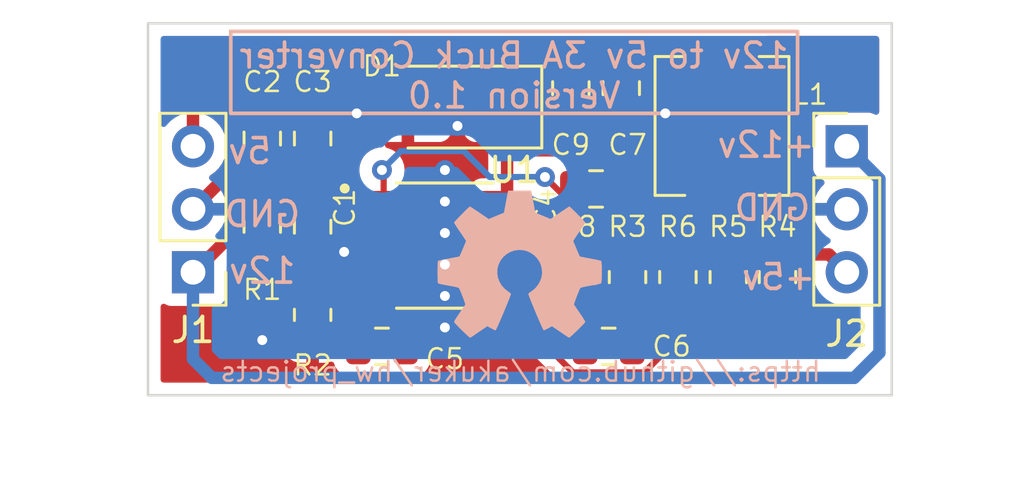
<source format=kicad_pcb>
(kicad_pcb (version 20211014) (generator pcbnew)
  (layers (0 "F.Cu" signal) (31 "B.Cu" signal) (34 "B.Paste" user) (35 "F.Paste" user) (36 "B.SilkS" user "B.Silkscreen") (37 "F.SilkS" user "F.Silkscreen") (38 "B.Mask" user) (39 "F.Mask" user) (44 "Edge.Cuts" user))
  (net 0 "")
  (net 1 "+5V")
  (net 2 "+12V")
  (net 3 "GND")
  (net 4 "Net-(C4-Pad1)")
  (net 5 "Net-(C4-Pad2)")
  (net 6 "Net-(C5-Pad1)")
  (net 7 "Net-(C6-Pad1)")
  (net 8 "Net-(C6-Pad2)")
  (net 9 "Net-(R1-Pad2)")
  (net 10 "Net-(R4-Pad2)")
  (net 11 "Net-(R5-Pad2)")
  (footprint "Capacitor_SMD:C_0805_2012Metric" (layer "F.Cu") (at 69.088 102.616 -90)
    (fp_text reference "C7" (at 2.286 -0.254 180) (layer "F.SilkS") (effects (font (size 0.8 0.8) (thickness 0.1))))
    (fp_text value "33u")
    (fp_line (start -0.261252 0.735) (end 0.261252 0.735) (layer "F.SilkS") (width 0.12))
    (fp_line (start -0.261252 -0.735) (end 0.261252 -0.735) (layer "F.SilkS") (width 0.12))
    (pad "1" smd roundrect (at -0.95 0 270) (size 1 1.45) (layers "F.Cu" "F.Paste" "F.Mask") (net 1 "+5V"))
    (pad "2" smd roundrect (at 0.95 0 270) (size 1 1.45) (layers "F.Cu" "F.Paste" "F.Mask") (net 3 "GND"))
  )
  (footprint "Connector_PinHeader_2.54mm:PinHeader_1x03_P2.54mm_Vertical" (layer "F.Cu") (at 78.184 104.96)
    (fp_text reference "J2" (at 0 7.562) (layer "F.SilkS"))
    (fp_text value "Conn_01x03_Male")
    (fp_line (start 1.33 1.27) (end 1.33 6.41) (layer "F.SilkS") (width 0.12))
    (fp_line (start -1.33 6.41) (end 1.33 6.41) (layer "F.SilkS") (width 0.12))
    (fp_line (start -1.33 -1.33) (end 0 -1.33) (layer "F.SilkS") (width 0.12))
    (fp_line (start -1.33 1.27) (end 1.33 1.27) (layer "F.SilkS") (width 0.12))
    (fp_line (start -1.33 1.27) (end -1.33 6.41) (layer "F.SilkS") (width 0.12))
    (fp_line (start -1.33 0) (end -1.33 -1.33) (layer "F.SilkS") (width 0.12))
    (pad "1" thru_hole rect locked (at 0 0) (size 1.7 1.7) (drill 1) (layers *.Cu *.Mask) (net 2 "+12V"))
    (pad "2" thru_hole oval locked (at 0 2.54) (size 1.7 1.7) (drill 1) (layers *.Cu *.Mask) (net 3 "GND"))
    (pad "3" thru_hole oval locked (at 0 5.08) (size 1.7 1.7) (drill 1) (layers *.Cu *.Mask) (net 1 "+5V"))
  )
  (footprint "Capacitor_SMD:C_0805_2012Metric" (layer "F.Cu") (at 68.58 113.03)
    (fp_text reference "C6" (at 2.54 0) (layer "F.SilkS") (effects (font (size 0.8 0.8) (thickness 0.1))))
    (fp_text value "4.7n")
    (fp_line (start -0.261252 0.735) (end 0.261252 0.735) (layer "F.SilkS") (width 0.12))
    (fp_line (start -0.261252 -0.735) (end 0.261252 -0.735) (layer "F.SilkS") (width 0.12))
    (pad "1" smd roundrect (at -0.95 0) (size 1 1.45) (layers "F.Cu" "F.Paste" "F.Mask") (net 7 "Net-(C6-Pad1)"))
    (pad "2" smd roundrect (at 0.95 0) (size 1 1.45) (layers "F.Cu" "F.Paste" "F.Mask") (net 8 "Net-(C6-Pad2)"))
  )
  (footprint "Capacitor_SMD:C_0805_2012Metric" (layer "F.Cu") (at 56.642 104.648 90)
    (fp_text reference "C3" (at 2.286 0 180) (layer "F.SilkS") (effects (font (size 0.8 0.8) (thickness 0.1))))
    (fp_text value "4.7n")
    (fp_line (start -0.261252 0.735) (end 0.261252 0.735) (layer "F.SilkS") (width 0.12))
    (fp_line (start -0.261252 -0.735) (end 0.261252 -0.735) (layer "F.SilkS") (width 0.12))
    (pad "1" smd roundrect (at -0.95 0 90) (size 1 1.45) (layers "F.Cu" "F.Paste" "F.Mask") (net 2 "+12V"))
    (pad "2" smd roundrect (at 0.95 0 90) (size 1 1.45) (layers "F.Cu" "F.Paste" "F.Mask") (net 3 "GND"))
  )
  (footprint "Capacitor_SMD:C_0805_2012Metric" (layer "F.Cu") (at 54.61 104.648 90)
    (fp_text reference "C2" (at 2.286 0 180) (layer "F.SilkS") (effects (font (size 0.8 0.8) (thickness 0.1))))
    (fp_text value "4.7u")
    (fp_line (start -0.261252 -0.735) (end 0.261252 -0.735) (layer "F.SilkS") (width 0.12))
    (fp_line (start -0.261252 0.735) (end 0.261252 0.735) (layer "F.SilkS") (width 0.12))
    (pad "1" smd roundrect (at -0.95 0 90) (size 1 1.45) (layers "F.Cu" "F.Paste" "F.Mask") (net 2 "+12V"))
    (pad "2" smd roundrect (at 0.95 0 90) (size 1 1.45) (layers "F.Cu" "F.Paste" "F.Mask") (net 3 "GND"))
  )
  (footprint "Connector_PinHeader_2.54mm:PinHeader_1x03_P2.54mm_Vertical" (layer "F.Cu") (at 51.816 110.04 180)
    (fp_text reference "J1" (at 0 -2.33 180) (layer "F.SilkS"))
    (fp_text value "Conn_01x03_Male")
    (fp_line (start -1.33 6.41) (end 1.33 6.41) (layer "F.SilkS") (width 0.12))
    (fp_line (start -1.33 -1.33) (end 0 -1.33) (layer "F.SilkS") (width 0.12))
    (fp_line (start -1.33 1.27) (end 1.33 1.27) (layer "F.SilkS") (width 0.12))
    (fp_line (start -1.33 0) (end -1.33 -1.33) (layer "F.SilkS") (width 0.12))
    (fp_line (start 1.33 1.27) (end 1.33 6.41) (layer "F.SilkS") (width 0.12))
    (fp_line (start -1.33 1.27) (end -1.33 6.41) (layer "F.SilkS") (width 0.12))
    (pad "1" thru_hole rect locked (at 0 0 180) (size 1.7 1.7) (drill 1) (layers *.Cu *.Mask) (net 2 "+12V"))
    (pad "2" thru_hole oval locked (at 0 2.54 180) (size 1.7 1.7) (drill 1) (layers *.Cu *.Mask) (net 3 "GND"))
    (pad "3" thru_hole oval locked (at 0 5.08 180) (size 1.7 1.7) (drill 1) (layers *.Cu *.Mask) (net 1 "+5V"))
  )
  (footprint "Capacitor_SMD:C_0805_2012Metric" (layer "F.Cu") (at 56.642 108.204 -90)
    (fp_text reference "C1" (at -0.762 -1.294 90) (layer "F.SilkS") (effects (font (size 0.8 0.8) (thickness 0.1))))
    (fp_text value "4.7u")
    (fp_line (start -0.261252 -0.735) (end 0.261252 -0.735) (layer "F.SilkS") (width 0.12))
    (fp_line (start -0.261252 0.735) (end 0.261252 0.735) (layer "F.SilkS") (width 0.12))
    (pad "1" smd roundrect (at -0.95 0 270) (size 1 1.45) (layers "F.Cu" "F.Paste" "F.Mask") (net 2 "+12V"))
    (pad "2" smd roundrect (at 0.95 0 270) (size 1 1.45) (layers "F.Cu" "F.Paste" "F.Mask") (net 3 "GND"))
  )
  (footprint "Capacitor_SMD:C_0805_2012Metric" (layer "F.Cu") (at 67.31 110.236 90)
    (fp_text reference "C8" (at 2.032 0 180) (layer "F.SilkS") (effects (font (size 0.8 0.8) (thickness 0.1))))
    (fp_text value "39p")
    (fp_line (start -0.261252 -0.735) (end 0.261252 -0.735) (layer "F.SilkS") (width 0.12))
    (fp_line (start -0.261252 0.735) (end 0.261252 0.735) (layer "F.SilkS") (width 0.12))
    (pad "1" smd roundrect (at -0.95 0 90) (size 1 1.45) (layers "F.Cu" "F.Paste" "F.Mask") (net 7 "Net-(C6-Pad1)"))
    (pad "2" smd roundrect (at 0.95 0 90) (size 1 1.45) (layers "F.Cu" "F.Paste" "F.Mask") (net 3 "GND"))
  )
  (footprint "Resistor_SMD:R_0805_2012Metric" (layer "F.Cu") (at 73.406 110.236 -90)
    (fp_text reference "R5" (at -2.032 0 180) (layer "F.SilkS") (effects (font (size 0.8 0.8) (thickness 0.1))))
    (fp_text value "10.2k")
    (fp_line (start -0.227064 -0.735) (end 0.227064 -0.735) (layer "F.SilkS") (width 0.12))
    (fp_line (start -0.227064 0.735) (end 0.227064 0.735) (layer "F.SilkS") (width 0.12))
    (pad "1" smd roundrect (at -0.9125 0 270) (size 1.025 1.4) (layers "F.Cu" "F.Paste" "F.Mask") (roundrect_rratio 0.243902439) (net 10 "Net-(R4-Pad2)"))
    (pad "2" smd roundrect (at 0.9125 0 270) (size 1.025 1.4) (layers "F.Cu" "F.Paste" "F.Mask") (roundrect_rratio 0.243902439) (net 11 "Net-(R5-Pad2)"))
  )
  (footprint "raspberrypi_supercap_ups_lib:Sunltech_SLO0530H" (layer "F.Cu") (at 73.152 104.14 90)
    (fp_text reference "L1" (at 1.27 3.556 180) (layer "F.SilkS") (effects (font (size 0.8 0.8) (thickness 0.1))))
    (fp_text value "6.8uH")
    (fp_line (start 2.8 -2.7) (end 2.8 -1.5) (layer "F.SilkS") (width 0.12))
    (fp_line (start -2.8 -2.7) (end 2.8 -2.7) (layer "F.SilkS") (width 0.12))
    (fp_line (start 2.8 2.7) (end -2.8 2.7) (layer "F.SilkS") (width 0.12))
    (fp_line (start 2.8 1.5) (end 2.8 2.7) (layer "F.SilkS") (width 0.12))
    (fp_line (start -2.8 -1.5) (end -2.8 -2.7) (layer "F.SilkS") (width 0.12))
    (fp_line (start -2.8 2.7) (end -2.8 1.5) (layer "F.SilkS") (width 0.12))
    (pad "1" smd rect (at -2.2 0 90) (size 2 2.5) (layers "F.Cu" "F.Paste" "F.Mask") (net 4 "Net-(C4-Pad1)"))
    (pad "2" smd rect (at 2.2 0 90) (size 2 2.5) (layers "F.Cu" "F.Paste" "F.Mask") (net 1 "+5V"))
  )
  (footprint "Resistor_SMD:R_0805_2012Metric" (layer "F.Cu") (at 75.39 110.236 -90)
    (fp_text reference "R4" (at -2.032 0 180) (layer "F.SilkS") (effects (font (size 0.8 0.8) (thickness 0.1))))
    (fp_text value "0")
    (fp_line (start -0.227064 0.735) (end 0.227064 0.735) (layer "F.SilkS") (width 0.12))
    (fp_line (start -0.227064 -0.735) (end 0.227064 -0.735) (layer "F.SilkS") (width 0.12))
    (pad "1" smd roundrect (at -0.9125 0 270) (size 1.025 1.4) (layers "F.Cu" "F.Paste" "F.Mask") (roundrect_rratio 0.243902439) (net 1 "+5V"))
    (pad "2" smd roundrect (at 0.9125 0 270) (size 1.025 1.4) (layers "F.Cu" "F.Paste" "F.Mask") (roundrect_rratio 0.243902439) (net 10 "Net-(R4-Pad2)"))
  )
  (footprint "raspberrypi_supercap_ups_lib:SOIC127P599X175-8N" (layer "F.Cu") (at 61.976 108.966)
    (fp_text reference "U1" (at 2.794 -3.048) (layer "F.SilkS"))
    (fp_text value "TPS54331DR")
    (fp_line (start -1.95 -2.525) (end 1.95 -2.525) (layer "F.SilkS") (width 0.127))
    (fp_line (start -1.95 2.525) (end 1.95 2.525) (layer "F.SilkS") (width 0.127))
    (fp_circle (center -4.04 -2.305) (end -3.94 -2.305) (layer "F.SilkS") (width 0.2) (fill none))
    (pad "1" smd roundrect locked (at -2.47 -1.905) (size 1.97 0.6) (layers "F.Cu" "F.Paste" "F.Mask") (roundrect_rratio 0.07) (net 5 "Net-(C4-Pad2)"))
    (pad "2" smd roundrect locked (at -2.47 -0.635) (size 1.97 0.6) (layers "F.Cu" "F.Paste" "F.Mask") (roundrect_rratio 0.07) (net 2 "+12V"))
    (pad "3" smd roundrect locked (at -2.47 0.635) (size 1.97 0.6) (layers "F.Cu" "F.Paste" "F.Mask") (roundrect_rratio 0.07) (net 9 "Net-(R1-Pad2)"))
    (pad "4" smd roundrect locked (at -2.47 1.905) (size 1.97 0.6) (layers "F.Cu" "F.Paste" "F.Mask") (roundrect_rratio 0.07) (net 6 "Net-(C5-Pad1)"))
    (pad "5" smd roundrect locked (at 2.47 1.905) (size 1.97 0.6) (layers "F.Cu" "F.Paste" "F.Mask") (roundrect_rratio 0.07) (net 11 "Net-(R5-Pad2)"))
    (pad "6" smd roundrect locked (at 2.47 0.635) (size 1.97 0.6) (layers "F.Cu" "F.Paste" "F.Mask") (roundrect_rratio 0.07) (net 7 "Net-(C6-Pad1)"))
    (pad "7" smd roundrect locked (at 2.47 -0.635) (size 1.97 0.6) (layers "F.Cu" "F.Paste" "F.Mask") (roundrect_rratio 0.07) (net 3 "GND"))
    (pad "8" smd roundrect locked (at 2.47 -1.905) (size 1.97 0.6) (layers "F.Cu" "F.Paste" "F.Mask") (roundrect_rratio 0.07) (net 4 "Net-(C4-Pad1)"))
  )
  (footprint "Resistor_SMD:R_0805_2012Metric" (layer "F.Cu") (at 56.642 111.76 -90)
    (fp_text reference "R2" (at 2.032 0 180) (layer "F.SilkS") (effects (font (size 0.8 0.8) (thickness 0.1))))
    (fp_text value "68.1k")
    (fp_line (start -0.227064 -0.735) (end 0.227064 -0.735) (layer "F.SilkS") (width 0.12))
    (fp_line (start -0.227064 0.735) (end 0.227064 0.735) (layer "F.SilkS") (width 0.12))
    (pad "1" smd roundrect (at -0.9125 0 270) (size 1.025 1.4) (layers "F.Cu" "F.Paste" "F.Mask") (roundrect_rratio 0.243902439) (net 9 "Net-(R1-Pad2)"))
    (pad "2" smd roundrect (at 0.9125 0 270) (size 1.025 1.4) (layers "F.Cu" "F.Paste" "F.Mask") (roundrect_rratio 0.243902439) (net 3 "GND"))
  )
  (footprint "Capacitor_SMD:C_0805_2012Metric" (layer "F.Cu") (at 67.056 102.616 -90)
    (fp_text reference "C9" (at 2.286 0 180) (layer "F.SilkS") (effects (font (size 0.8 0.8) (thickness 0.1))))
    (fp_text value "33u")
    (fp_line (start -0.261252 -0.735) (end 0.261252 -0.735) (layer "F.SilkS") (width 0.12))
    (fp_line (start -0.261252 0.735) (end 0.261252 0.735) (layer "F.SilkS") (width 0.12))
    (pad "1" smd roundrect (at -0.95 0 270) (size 1 1.45) (layers "F.Cu" "F.Paste" "F.Mask") (net 1 "+5V"))
    (pad "2" smd roundrect (at 0.95 0 270) (size 1 1.45) (layers "F.Cu" "F.Paste" "F.Mask") (net 3 "GND"))
  )
  (footprint "Resistor_SMD:R_0805_2012Metric" (layer "F.Cu") (at 71.374 110.236 90)
    (fp_text reference "R6" (at 2.032 0 180) (layer "F.SilkS") (effects (font (size 0.8 0.8) (thickness 0.1))))
    (fp_text value "3.24k")
    (fp_line (start -0.227064 -0.735) (end 0.227064 -0.735) (layer "F.SilkS") (width 0.12))
    (fp_line (start -0.227064 0.735) (end 0.227064 0.735) (layer "F.SilkS") (width 0.12))
    (pad "1" smd roundrect (at -0.9125 0 90) (size 1.025 1.4) (layers "F.Cu" "F.Paste" "F.Mask") (roundrect_rratio 0.243902439) (net 11 "Net-(R5-Pad2)"))
    (pad "2" smd roundrect (at 0.9125 0 90) (size 1.025 1.4) (layers "F.Cu" "F.Paste" "F.Mask") (roundrect_rratio 0.243902439) (net 3 "GND"))
  )
  (footprint "Diode_SMD:D_SMA" (layer "F.Cu") (at 62.484 103.378 180)
    (fp_text reference "D1" (at 3.048 1.65) (layer "F.SilkS") (effects (font (size 0.8 0.8) (thickness 0.1))))
    (fp_text value "B340A")
    (fp_line (start -3.4 -1.65) (end -3.4 1.65) (layer "F.SilkS") (width 0.12))
    (fp_line (start -3.4 -1.65) (end 2 -1.65) (layer "F.SilkS") (width 0.12))
    (fp_line (start -3.4 1.65) (end 2 1.65) (layer "F.SilkS") (width 0.12))
    (pad "1" smd rect (at -2 0 180) (size 2.5 1.8) (layers "F.Cu" "F.Paste" "F.Mask") (net 4 "Net-(C4-Pad1)"))
    (pad "2" smd rect (at 2 0 180) (size 2.5 1.8) (layers "F.Cu" "F.Paste" "F.Mask") (net 3 "GND"))
  )
  (footprint "Resistor_SMD:R_0805_2012Metric" (layer "F.Cu") (at 54.61 108.204 -90)
    (fp_text reference "R1" (at 2.54 0 180) (layer "F.SilkS") (effects (font (size 0.8 0.8) (thickness 0.1))))
    (fp_text value "332k")
    (fp_line (start -0.227064 -0.735) (end 0.227064 -0.735) (layer "F.SilkS") (width 0.12))
    (fp_line (start -0.227064 0.735) (end 0.227064 0.735) (layer "F.SilkS") (width 0.12))
    (pad "1" smd roundrect (at -0.9125 0 270) (size 1.025 1.4) (layers "F.Cu" "F.Paste" "F.Mask") (roundrect_rratio 0.243902439) (net 2 "+12V"))
    (pad "2" smd roundrect (at 0.9125 0 270) (size 1.025 1.4) (layers "F.Cu" "F.Paste" "F.Mask") (roundrect_rratio 0.243902439) (net 9 "Net-(R1-Pad2)"))
  )
  (footprint "Capacitor_SMD:C_0805_2012Metric" (layer "F.Cu") (at 59.436 113.03)
    (fp_text reference "C5" (at 2.54 0.508) (layer "F.SilkS") (effects (font (size 0.8 0.8) (thickness 0.1))))
    (fp_text value "0.01u")
    (fp_line (start -0.261252 -0.735) (end 0.261252 -0.735) (layer "F.SilkS") (width 0.12))
    (fp_line (start -0.261252 0.735) (end 0.261252 0.735) (layer "F.SilkS") (width 0.12))
    (pad "1" smd roundrect (at -0.95 0) (size 1 1.45) (layers "F.Cu" "F.Paste" "F.Mask") (net 6 "Net-(C5-Pad1)"))
    (pad "2" smd roundrect (at 0.95 0) (size 1 1.45) (layers "F.Cu" "F.Paste" "F.Mask") (net 3 "GND"))
  )
  (footprint "Resistor_SMD:R_0805_2012Metric" (layer "F.Cu") (at 69.342 110.236 90)
    (fp_text reference "R3" (at 2.032 0 180) (layer "F.SilkS") (effects (font (size 0.8 0.8) (thickness 0.1))))
    (fp_text value "49.9k")
    (fp_line (start -0.227064 -0.735) (end 0.227064 -0.735) (layer "F.SilkS") (width 0.12))
    (fp_line (start -0.227064 0.735) (end 0.227064 0.735) (layer "F.SilkS") (width 0.12))
    (pad "1" smd roundrect (at -0.9125 0 90) (size 1.025 1.4) (layers "F.Cu" "F.Paste" "F.Mask") (roundrect_rratio 0.243902439) (net 8 "Net-(C6-Pad2)"))
    (pad "2" smd roundrect (at 0.9125 0 90) (size 1.025 1.4) (layers "F.Cu" "F.Paste" "F.Mask") (roundrect_rratio 0.243902439) (net 3 "GND"))
  )
  (footprint "Capacitor_SMD:C_0805_2012Metric" (layer "F.Cu") (at 68.072 106.68 180)
    (fp_text reference "C4" (at 2.032 -0.762 90) (layer "F.SilkS") (effects (font (size 0.8 0.8) (thickness 0.1))))
    (fp_text value "0.1u")
    (fp_line (start -0.261252 0.735) (end 0.261252 0.735) (layer "F.SilkS") (width 0.12))
    (fp_line (start -0.261252 -0.735) (end 0.261252 -0.735) (layer "F.SilkS") (width 0.12))
    (pad "1" smd roundrect (at -0.95 0 180) (size 1 1.45) (layers "F.Cu" "F.Paste" "F.Mask") (net 4 "Net-(C4-Pad1)"))
    (pad "2" smd roundrect (at 0.95 0 180) (size 1 1.45) (layers "F.Cu" "F.Paste" "F.Mask") (net 5 "Net-(C4-Pad2)"))
  )
  (footprint "Symbol:OSHW-Symbol_6.7x6mm_SilkScreen" (layer "B.Cu") (at 65 109.728 180)
    (fp_text reference "REF**" hide)
    (fp_text value "OSHW-Symbol_6.7x6mm_SilkScreen" hide)
    (fp_poly (pts (xy 0.555814 2.531069) (xy 0.639635 2.086445) (xy 0.94892 1.958947) (xy 1.258206 1.831449) (xy 1.629246 2.083754) (xy 1.733157 2.154004) (xy 1.827087 2.216728) (xy 1.906652 2.269062) (xy 1.96747 2.308143) (xy 2.005157 2.331107) (xy 2.015421 2.336058) (xy 2.03391 2.323324) (xy 2.07342 2.288118) (xy 2.129522 2.234938) (xy 2.197787 2.168282) (xy 2.273786 2.092646) (xy 2.353092 2.012528) (xy 2.431275 1.932426) (xy 2.503907 1.856836) (xy 2.566559 1.790255) (xy 2.614803 1.737182) (xy 2.64421 1.702113) (xy 2.651241 1.690377) (xy 2.641123 1.66874) (xy 2.612759 1.621338) (xy 2.569129 1.552807) (xy 2.513218 1.467785) (xy 2.448006 1.370907) (xy 2.410219 1.31565) (xy 2.341343 1.214752) (xy 2.28014 1.123701) (xy 2.229578 1.04703) (xy 2.192628 0.989272) (xy 2.172258 0.954957) (xy 2.169197 0.947746) (xy 2.176136 0.927252) (xy 2.195051 0.879487) (xy 2.223087 0.811168) (xy 2.257391 0.729011) (xy 2.295109 0.63973) (xy 2.333387 0.550042) (xy 2.36937 0.466662) (xy 2.400206 0.396306) (xy 2.423039 0.34569) (xy 2.435017 0.321529) (xy 2.435724 0.320578) (xy 2.454531 0.315964) (xy 2.504618 0.305672) (xy 2.580793 0.290713) (xy 2.677865 0.272099) (xy 2.790643 0.250841) (xy 2.856442 0.238582) (xy 2.97695 0.215638) (xy 3.085797 0.193805) (xy 3.177476 0.174278) (xy 3.246481 0.158252) (xy 3.287304 0.146921) (xy 3.295511 0.143326) (xy 3.303548 0.118994) (xy 3.310033 0.064041) (xy 3.31497 -0.015108) (xy 3.318364 -0.112026) (xy 3.320218 -0.220287) (xy 3.320538 -0.333465) (xy 3.319327 -0.445135) (xy 3.31659 -0.548868) (xy 3.312331 -0.638241) (xy 3.306555 -0.706826) (xy 3.299267 -0.748197) (xy 3.294895 -0.75681) (xy 3.268764 -0.767133) (xy 3.213393 -0.781892) (xy 3.136107 -0.799352) (xy 3.04423 -0.81778) (xy 3.012158 -0.823741) (xy 2.857524 -0.852066) (xy 2.735375 -0.874876) (xy 2.641673 -0.89308) (xy 2.572384 -0.907583) (xy 2.523471 -0.919292) (xy 2.490897 -0.929115) (xy 2.470628 -0.937956) (xy 2.458626 -0.946724) (xy 2.456947 -0.948457) (xy 2.440184 -0.976371) (xy 2.414614 -1.030695) (xy 2.382788 -1.104777) (xy 2.34726 -1.191965) (xy 2.310583 -1.285608) (xy 2.275311 -1.379052) (xy 2.243996 -1.465647) (xy 2.219193 -1.53874) (xy 2.203454 -1.591678) (xy 2.199332 -1.617811) (xy 2.199676 -1.618726) (xy 2.213641 -1.640086) (xy 2.245322 -1.687084) (xy 2.291391 -1.754827) (xy 2.348518 -1.838423) (xy 2.413373 -1.932982) (xy 2.431843 -1.959854) (xy 2.497699 -2.057275) (xy 2.55565 -2.146163) (xy 2.602538 -2.221412) (xy 2.635207 -2.27792) (xy 2.6505 -2.310581) (xy 2.651241 -2.314593) (xy 2.638392 -2.335684) (xy 2.602888 -2.377464) (xy 2.549293 -2.435445) (xy 2.482171 -2.505135) (xy 2.406087 -2.582045) (xy 2.325604 -2.661683) (xy 2.245287 -2.739561) (xy 2.169699 -2.811186) (xy 2.103405 -2.87207) (xy 2.050969 -2.917721) (xy 2.016955 -2.94365) (xy 2.007545 -2.947883) (xy 1.985643 -2.937912) (xy 1.9408 -2.91102) (xy 1.880321 -2.871736) (xy 1.833789 -2.840117) (xy 1.749475 -2.782098) (xy 1.649626 -2.713784) (xy 1.549473 -2.645579) (xy 1.495627 -2.609075) (xy 1.313371 -2.4858) (xy 1.160381 -2.56852) (xy 1.090682 -2.604759) (xy 1.031414 -2.632926) (xy 0.991311 -2.648991) (xy 0.981103 -2.651226) (xy 0.968829 -2.634722) (xy 0.944613 -2.588082) (xy 0.910263 -2.515609) (xy 0.867588 -2.421606) (xy 0.818394 -2.310374) (xy 0.76449 -2.186215) (xy 0.707684 -2.053432) (xy 0.649782 -1.916327) (xy 0.592593 -1.779202) (xy 0.537924 -1.646358) (xy 0.487584 -1.522098) (xy 0.44338 -1.410725) (xy 0.407119 -1.316539) (xy 0.380609 -1.243844) (xy 0.365658 -1.196941) (xy 0.363254 -1.180833) (xy 0.382311 -1.160286) (xy 0.424036 -1.126933) (xy 0.479706 -1.087702) (xy 0.484378 -1.084599) (xy 0.628264 -0.969423) (xy 0.744283 -0.835053) (xy 0.83143 -0.685784) (xy 0.888699 -0.525913) (xy 0.915086 -0.359737) (xy 0.909585 -0.191552) (xy 0.87119 -0.025655) (xy 0.798895 0.133658) (xy 0.777626 0.168513) (xy 0.666996 0.309263) (xy 0.536302 0.422286) (xy 0.390064 0.506997) (xy 0.232808 0.562806) (xy 0.069057 0.589126) (xy -0.096667 0.58537) (xy -0.259838 0.55095) (xy -0.415935 0.485277) (xy -0.560433 0.387765) (xy -0.605131 0.348187) (xy -0.718888 0.224297) (xy -0.801782 0.093876) (xy -0.858644 -0.052315) (xy -0.890313 -0.197088) (xy -0.898131 -0.35986) (xy -0.872062 -0.52344) (xy -0.814755 -0.682298) (xy -0.728856 -0.830906) (xy -0.617014 -0.963735) (xy -0.481877 -1.075256) (xy -0.464117 -1.087011) (xy -0.40785 -1.125508) (xy -0.365077 -1.158863) (xy -0.344628 -1.18016) (xy -0.344331 -1.180833) (xy -0.348721 -1.203871) (xy -0.366124 -1.256157) (xy -0.394732 -1.33339) (xy -0.432735 -1.431268) (xy -0.478326 -1.545491) (xy -0.529697 -1.671758) (xy -0.585038 -1.805767) (xy -0.642542 -1.943218) (xy -0.700399 -2.079808) (xy -0.756802 -2.211237) (xy -0.809942 -2.333205) (xy -0.85801 -2.441409) (xy -0.899199 -2.531549) (xy -0.931699 -2.599323) (xy -0.953703 -2.64043) (xy -0.962564 -2.651226) (xy -0.98964 -2.642819) (xy -1.040303 -2.620272) (xy -1.105817 -2.587613) (xy -1.141841 -2.56852) (xy -1.294832 -2.4858) (xy -1.477088 -2.609075) (xy -1.570125 -2.672228) (xy -1.671985 -2.741727) (xy -1.767438 -2.807165) (xy -1.81525 -2.840117) (xy -1.882495 -2.885273) (xy -1.939436 -2.921057) (xy -1.978646 -2.942938) (xy -1.991381 -2.947563) (xy -2.009917 -2.935085) (xy -2.050941 -2.900252) (xy -2.110475 -2.846678) (xy -2.184542 -2.777983) (xy -2.269165 -2.697781) (xy -2.322685 -2.646286) (xy -2.416319 -2.554286) (xy -2.497241 -2.471999) (xy -2.562177 -2.402945) (xy -2.607858 -2.350644) (xy -2.631011 -2.318616) (xy -2.633232 -2.312116) (xy -2.622924 -2.287394) (xy -2.594439 -2.237405) (xy -2.550937 -2.167212) (xy -2.495577 -2.081875) (xy -2.43152 -1.986456) (xy -2.413303 -1.959854) (xy -2.346927 -1.863167) (xy -2.287378 -1.776117) (xy -2.237984 -1.703595) (xy -2.202075 -1.650493) (xy -2.182981 -1.621703) (xy -2.181136 -1.618726) (xy -2.183895 -1.595782) (xy -2.198538 -1.545336) (xy -2.222513 -1.474041) (xy -2.253266 -1.388547) (xy -2.288244 -1.295507) (xy -2.324893 -1.201574) (xy -2.360661 -1.113399) (xy -2.392994 -1.037634) (xy -2.419338 -0.980931) (xy -2.437142 -0.949943) (xy -2.438407 -0.948457) (xy -2.449294 -0.939601) (xy -2.467682 -0.930843) (xy -2.497606 -0.921277) (xy -2.543103 -0.909996) (xy -2.608209 -0.896093) (xy -2.696961 -0.878663) (xy -2.813393 -0.856798) (xy -2.961542 -0.829591) (xy -2.993618 -0.823741) (xy -3.088686 -0.805374) (xy -3.171565 -0.787405) (xy -3.23493 -0.771569) (xy -3.271458 -0.7596) (xy -3.276356 -0.75681) (xy -3.284427 -0.732072) (xy -3.290987 -0.67679) (xy -3.296033 -0.597389) (xy -3.299559 -0.500296) (xy -3.301561 -0.391938) (xy -3.302036 -0.27874) (xy -3.300977 -0.167128) (xy -3.298382 -0.063529) (xy -3.294246 0.025632) (xy -3.288563 0.093928) (xy -3.281331 0.134934) (xy -3.276971 0.143326) (xy -3.252698 0.151792) (xy -3.197426 0.165565) (xy -3.116662 0.18345) (xy -3.015912 0.204252) (xy -2.900683 0.226777) (xy -2.837902 0.238582) (xy -2.718787 0.260849) (xy -2.612565 0.281021) (xy -2.524427 0.298085) (xy -2.459566 0.311031) (xy -2.423174 0.318845) (xy -2.417184 0.320578) (xy -2.407061 0.34011) (xy -2.385662 0.387157) (xy -2.355839 0.454997) (xy -2.320445 0.536909) (xy -2.282332 0.626172) (xy -2.244353 0.716065) (xy -2.20936 0.799865) (xy -2.180206 0.870853) (xy -2.159743 0.922306) (xy -2.150823 0.947503) (xy -2.150657 0.948604) (xy -2.160769 0.968481) (xy -2.189117 1.014223) (xy -2.232723 1.081283) (xy -2.288606 1.165116) (xy -2.353787 1.261174) (xy -2.391679 1.31635) (xy -2.460725 1.417519) (xy -2.52205 1.50937) (xy -2.572663 1.587256) (xy -2.609571 1.646531) (xy -2.629782 1.682549) (xy -2.632701 1.690623) (xy -2.620153 1.709416) (xy -2.585463 1.749543) (xy -2.533063 1.806507) (xy -2.467384 1.875815) (xy -2.392856 1.952969) (xy -2.313913 2.033475) (xy -2.234983 2.112837) (xy -2.1605 2.18656) (xy -2.094894 2.250148) (xy -2.042596 2.299106) (xy -2.008039 2.328939) (xy -1.996478 2.336058) (xy -1.977654 2.326047) (xy -1.932631 2.297922) (xy -1.865787 2.254546) (xy -1.781499 2.198782) (xy -1.684144 2.133494) (xy -1.610707 2.083754) (xy -1.239667 1.831449) (xy -0.621095 2.086445) (xy -0.537275 2.531069) (xy -0.453454 2.975693) (xy 0.471994 2.975693) (xy 0.555814 2.531069)) (layer "B.SilkS") (width 0.01) (fill solid))
  )
  (gr_rect (start 53.34 100.33) (end 76.2 103.632) (layer "B.SilkS") (width 0.15) (fill none))
  (gr_rect (start 50 100) (end 80 115) (layer "Edge.Cuts") (width 0.1) (fill none))
  (gr_text "https://github.com/akuker/hw_projects" (at 65.024 114.046) (layer "B.SilkS") (effects (font (size 0.8 0.8) (thickness 0.1)) (justify mirror)))
  (gr_text "GND" (at 75.184 107.442) (layer "B.SilkS") (effects (font (size 1 1)) (justify mirror)))
  (gr_text "+5v" (at 75.438 110.236) (layer "B.SilkS") (effects (font (size 1 1)) (justify mirror)))
  (gr_text "5v" (at 54.102 105.156) (layer "B.SilkS") (effects (font (size 1 1)) (justify mirror)))
  (gr_text "+12v" (at 74.93 104.902) (layer "B.SilkS") (effects (font (size 1 1)) (justify mirror)))
  (gr_text "12v" (at 54.61 109.982) (layer "B.SilkS") (effects (font (size 1 1)) (justify mirror)))
  (gr_text "GND" (at 54.61 107.696) (layer "B.SilkS") (effects (font (size 1 1)) (justify mirror)))
  (gr_text "12v to 5v 3A Buck Converter\nVersion 1.0" (at 64.77 102.108) (layer "B.SilkS") (effects (font (size 1 1)) (justify mirror)))
  (segment (start 51.816 102.362) (end 52.832 101.346) (width 0.5) (layer "F.Cu") (net 1))
  (segment (start 75.438 109.3235) (end 77.4675 109.3235) (width 0.5) (layer "F.Cu") (net 1))
  (segment (start 52.832 101.346) (end 65.974 101.346) (width 0.5) (layer "F.Cu") (net 1))
  (segment (start 51.816 104.96) (end 51.816 102.362) (width 0.5) (layer "F.Cu") (net 1))
  (segment (start 66.482 101.854) (end 73.66 101.854) (width 0.5) (layer "F.Cu") (net 1))
  (segment (start 65.974 101.346) (end 66.482 101.854) (width 0.5) (layer "F.Cu") (net 1))
  (segment (start 73.66 101.854) (end 75.438 103.632) (width 0.5) (layer "F.Cu") (net 1))
  (segment (start 77.4675 109.3235) (end 78.184 110.04) (width 0.5) (layer "F.Cu") (net 1))
  (segment (start 75.438 103.632) (end 75.438 109.3235) (width 0.5) (layer "F.Cu") (net 1))
  (segment (start 51.8615 110.04) (end 54.61 107.2915) (width 0.5) (layer "F.Cu") (net 2))
  (segment (start 51.816 110.04) (end 51.8615 110.04) (width 0.5) (layer "F.Cu") (net 2))
  (segment (start 54.61 105.598) (end 54.61 107.2915) (width 0.5) (layer "F.Cu") (net 2))
  (segment (start 54.61 107.2915) (end 56.6045 107.2915) (width 0.5) (layer "F.Cu") (net 2))
  (segment (start 56.642 105.598) (end 54.61 105.598) (width 0.5) (layer "F.Cu") (net 2))
  (segment (start 56.642 105.598) (end 56.642 107.254) (width 0.5) (layer "F.Cu") (net 2))
  (segment (start 59.506 108.331) (end 57.719 108.331) (width 0.5) (layer "F.Cu") (net 2))
  (segment (start 57.719 108.331) (end 56.642 107.254) (width 0.5) (layer "F.Cu") (net 2))
  (segment (start 56.6045 107.2915) (end 56.642 107.254) (width 0.5) (layer "F.Cu") (net 2))
  (segment (start 79.502 106.278) (end 78.184 104.96) (width 0.5) (layer "B.Cu") (net 2))
  (segment (start 51.816 113.538) (end 52.578 114.3) (width 0.5) (layer "B.Cu") (net 2))
  (segment (start 52.578 114.3) (end 78.486 114.3) (width 0.5) (layer "B.Cu") (net 2))
  (segment (start 51.816 110.04) (end 51.816 113.538) (width 0.5) (layer "B.Cu") (net 2))
  (segment (start 78.486 114.3) (end 79.502 113.284) (width 0.5) (layer "B.Cu") (net 2))
  (segment (start 79.502 113.284) (end 79.502 106.278) (width 0.5) (layer "B.Cu") (net 2))
  (segment (start 65.659 108.331) (end 64.446 108.331) (width 0.5) (layer "F.Cu") (net 3))
  (segment (start 57.912 109.22) (end 56.708 109.22) (width 0.5) (layer "F.Cu") (net 3))
  (segment (start 56.708 109.22) (end 56.642 109.154) (width 0.5) (layer "F.Cu") (net 3))
  (segment (start 66.614 109.286) (end 65.659 108.331) (width 0.5) (layer "F.Cu") (net 3))
  (segment (start 54.7135 112.6725) (end 54.61 112.776) (width 0.5) (layer "F.Cu") (net 3))
  (segment (start 53.43548 105.88052) (end 53.43548 104.87252) (width 0.5) (layer "F.Cu") (net 3))
  (segment (start 53.43548 104.87252) (end 54.61 103.698) (width 0.5) (layer "F.Cu") (net 3))
  (segment (start 56.642 112.6725) (end 54.7135 112.6725) (width 0.5) (layer "F.Cu") (net 3))
  (segment (start 51.816 107.5) (end 53.43548 105.88052) (width 0.5) (layer "F.Cu") (net 3))
  (segment (start 67.31 109.286) (end 66.614 109.286) (width 0.5) (layer "F.Cu") (net 3))
  (via (at 61.976 109.728) (size 0.8) (drill 0.4) (layers "F.Cu" "B.Cu") (net 3))
  (via (at 62.484 104.14) (size 0.8) (drill 0.4) (layers "F.Cu" "B.Cu") (net 3))
  (via (at 57.912 109.22) (size 0.8) (drill 0.4) (layers "F.Cu" "B.Cu") (net 3))
  (via (at 61.976 108.458) (size 0.8) (drill 0.4) (layers "F.Cu" "B.Cu") (net 3))
  (via (at 54.61 112.776) (size 0.8) (drill 0.4) (layers "F.Cu" "B.Cu") (net 3))
  (via (at 61.976 107.188) (size 0.8) (drill 0.4) (layers "F.Cu" "B.Cu") (net 3))
  (via (at 70.866 103.632) (size 0.8) (drill 0.4) (layers "F.Cu" "B.Cu") (net 3))
  (via (at 61.976 110.998) (size 0.8) (drill 0.4) (layers "F.Cu" "B.Cu") (net 3))
  (via (at 58.42 103.632) (size 0.8) (drill 0.4) (layers "F.Cu" "B.Cu") (net 3))
  (via (at 61.976 105.918) (size 0.8) (drill 0.4) (layers "F.Cu" "B.Cu") (net 3))
  (via (at 61.976 112.268) (size 0.8) (drill 0.4) (layers "F.Cu" "B.Cu") (net 3))
  (segment (start 73.152 107.102) (end 69.51 107.102) (width 0.5) (layer "F.Cu") (net 4))
  (segment (start 64.484 103.378) (end 64.484 105.124) (width 0.5) (layer "F.Cu") (net 4))
  (segment (start 64.484 107.023) (end 64.446 107.061) (width 0.5) (layer "F.Cu") (net 4))
  (segment (start 64.484 105.124) (end 64.484 107.023) (width 0.5) (layer "F.Cu") (net 4))
  (segment (start 67.532 105.124) (end 64.484 105.124) (width 0.5) (layer "F.Cu") (net 4))
  (segment (start 69.51 107.102) (end 67.532 105.124) (width 0.5) (layer "F.Cu") (net 4))
  (segment (start 59.506 105.988) (end 59.436 105.918) (width 0.25) (layer "F.Cu") (net 5))
  (segment (start 67.122 107.188) (end 67.000354 107.188) (width 0.25) (layer "F.Cu") (net 5))
  (segment (start 59.506 107.061) (end 59.506 105.988) (width 0.25) (layer "F.Cu") (net 5))
  (segment (start 67.000354 107.188) (end 66.012177 106.199823) (width 0.25) (layer "F.Cu") (net 5))
  (via (at 59.436 105.918) (size 0.8) (drill 0.4) (layers "F.Cu" "B.Cu") (net 5))
  (via (at 66.012177 106.199823) (size 0.8) (drill 0.4) (layers "F.Cu" "B.Cu") (net 5))
  (segment (start 60.198 105.156) (end 62.738 105.156) (width 0.25) (layer "B.Cu") (net 5))
  (segment (start 62.738 105.156) (end 63.781823 106.199823) (width 0.25) (layer "B.Cu") (net 5))
  (segment (start 59.436 105.918) (end 60.198 105.156) (width 0.25) (layer "B.Cu") (net 5))
  (segment (start 63.781823 106.199823) (end 66.012177 106.199823) (width 0.25) (layer "B.Cu") (net 5))
  (segment (start 59.506 112.01) (end 59.506 110.871) (width 0.25) (layer "F.Cu") (net 6))
  (segment (start 58.486 113.03) (end 59.506 112.01) (width 0.25) (layer "F.Cu") (net 6))
  (segment (start 67.63 113.03) (end 67.63 111.506) (width 0.25) (layer "F.Cu") (net 7))
  (segment (start 65.725 109.601) (end 64.446 109.601) (width 0.25) (layer "F.Cu") (net 7))
  (segment (start 67.63 111.506) (end 67.31 111.186) (width 0.25) (layer "F.Cu") (net 7))
  (segment (start 67.31 111.186) (end 65.725 109.601) (width 0.25) (layer "F.Cu") (net 7))
  (segment (start 69.53 111.3365) (end 69.342 111.1485) (width 0.25) (layer "F.Cu") (net 8))
  (segment (start 69.53 113.03) (end 69.53 111.3365) (width 0.25) (layer "F.Cu") (net 8))
  (segment (start 59.506 109.601) (end 58.801 109.601) (width 0.25) (layer "F.Cu") (net 9))
  (segment (start 57.5545 110.8475) (end 56.642 110.8475) (width 0.25) (layer "F.Cu") (net 9))
  (segment (start 54.61 109.1165) (end 54.911 109.1165) (width 0.25) (layer "F.Cu") (net 9))
  (segment (start 58.801 109.601) (end 57.5545 110.8475) (width 0.25) (layer "F.Cu") (net 9))
  (segment (start 54.911 109.1165) (end 56.642 110.8475) (width 0.25) (layer "F.Cu") (net 9))
  (segment (start 75.438 111.1485) (end 75.231 111.1485) (width 0.25) (layer "F.Cu") (net 10))
  (segment (start 75.231 111.1485) (end 73.406 109.3235) (width 0.25) (layer "F.Cu") (net 10))
  (segment (start 67.142027 114.07952) (end 70.017973 114.07952) (width 0.25) (layer "F.Cu") (net 11))
  (segment (start 70.017973 114.07952) (end 71.374 112.723493) (width 0.25) (layer "F.Cu") (net 11))
  (segment (start 71.374 112.723493) (end 71.374 111.1485) (width 0.25) (layer "F.Cu") (net 11))
  (segment (start 64.446 111.383493) (end 67.142027 114.07952) (width 0.25) (layer "F.Cu") (net 11))
  (segment (start 64.446 110.871) (end 64.446 111.383493) (width 0.25) (layer "F.Cu") (net 11))
  (segment (start 73.406 111.1485) (end 71.374 111.1485) (width 0.25) (layer "F.Cu") (net 11))
  (zone (net 3) (net_name "GND") (layers F&B.Cu) (connect_pads (clearance 0.508)) (min_thickness 0.254) (fill yes (thermal_gap 0.508) (thermal_bridge_width 0.508))
    (polygon (pts (xy 85.344 118.872) (xy 48.514 118.872) (xy 48.514 99.06) (xy 85.344 99.06)))
  )
)
</source>
